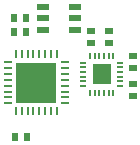
<source format=gtp>
G04*
G04 #@! TF.GenerationSoftware,Altium Limited,Altium Designer,19.1.7 (138)*
G04*
G04 Layer_Color=8421504*
%FSLAX44Y44*%
%MOMM*%
G71*
G01*
G75*
%ADD15O,0.2500X0.8000*%
%ADD16O,0.8000X0.2500*%
%ADD17R,3.5000X3.5000*%
%ADD18O,0.2000X0.6500*%
%ADD19O,0.6500X0.2000*%
%ADD20R,1.5400X1.7000*%
%ADD21R,0.7000X0.6000*%
%ADD22R,1.0500X0.6000*%
%ADD23R,0.6000X0.7000*%
D15*
X1019716Y751078D02*
D03*
X1024716D02*
D03*
X1029716D02*
D03*
X1034716D02*
D03*
X1039716D02*
D03*
X1044716D02*
D03*
X1049716D02*
D03*
X1054716D02*
D03*
Y799078D02*
D03*
X1049716D02*
D03*
X1044716D02*
D03*
X1039716D02*
D03*
X1034716D02*
D03*
X1029716D02*
D03*
X1024716D02*
D03*
X1019716D02*
D03*
D16*
X1061216Y757578D02*
D03*
Y762578D02*
D03*
Y767578D02*
D03*
Y772578D02*
D03*
Y777578D02*
D03*
Y782578D02*
D03*
Y787578D02*
D03*
Y792578D02*
D03*
X1013216D02*
D03*
Y787578D02*
D03*
Y782578D02*
D03*
Y777578D02*
D03*
Y772578D02*
D03*
Y767578D02*
D03*
Y762578D02*
D03*
Y757578D02*
D03*
D17*
X1037216Y775078D02*
D03*
D18*
X1082454Y766316D02*
D03*
X1086454D02*
D03*
X1090454D02*
D03*
X1094454D02*
D03*
X1098454D02*
D03*
X1102454D02*
D03*
Y797816D02*
D03*
X1098454D02*
D03*
X1094454D02*
D03*
X1090454D02*
D03*
X1086454D02*
D03*
X1082454D02*
D03*
D19*
X1108204Y772066D02*
D03*
Y776066D02*
D03*
Y780066D02*
D03*
Y784066D02*
D03*
Y788066D02*
D03*
Y792066D02*
D03*
X1076704D02*
D03*
Y788066D02*
D03*
Y784066D02*
D03*
Y780066D02*
D03*
Y776066D02*
D03*
Y772066D02*
D03*
D20*
X1092454Y782066D02*
D03*
D21*
X1118870Y773938D02*
D03*
Y763938D02*
D03*
X1098804Y809070D02*
D03*
Y819070D02*
D03*
X1118870Y797560D02*
D03*
Y787560D02*
D03*
X1083818Y819070D02*
D03*
Y809070D02*
D03*
D22*
X1042636Y820064D02*
D03*
Y829564D02*
D03*
Y839064D02*
D03*
X1070136D02*
D03*
Y829564D02*
D03*
Y820064D02*
D03*
D23*
X1018874Y728726D02*
D03*
X1028874D02*
D03*
X1018366Y829818D02*
D03*
X1028366D02*
D03*
X1028112Y817880D02*
D03*
X1018112D02*
D03*
M02*

</source>
